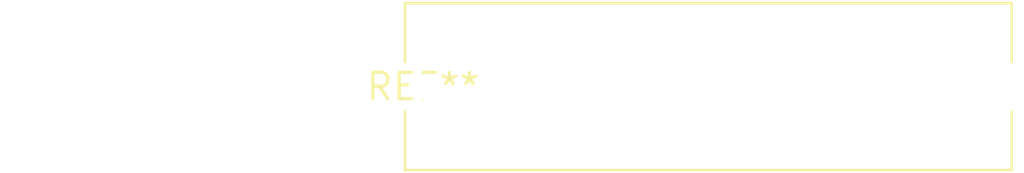
<source format=kicad_pcb>
(kicad_pcb (version 20240108) (generator pcbnew)
  (layers (0 "F.Cu" signal) (31 "B.Cu" signal) (34 "B.Paste" user) (35 "F.Paste" user) (36 "B.SilkS" user "B.Silkscreen") (37 "F.SilkS" user "F.Silkscreen") (38 "B.Mask" user) (39 "F.Mask" user) (44 "Edge.Cuts" user))
  (net 0 "")
  (footprint "C_Rect_L29.0mm_W7.8mm_P27.50mm_MKT" (layer "F.Cu") (at 0 0)
    (property "Reference" "REF**")
    (property "Value" "C_Rect_L29.0mm_W7.8mm_P27.50mm_MKT")
    (fp_line (start -0.87 -4.02) (end -0.87 -1.185) (layer "F.SilkS") (stroke (width 0.12)))
    (fp_line (start -0.87 -4.02) (end 28.37 -4.02) (layer "F.SilkS") (stroke (width 0.12)))
    (fp_line (start -0.87 1.185) (end -0.87 4.02) (layer "F.SilkS") (stroke (width 0.12)))
    (fp_line (start -0.87 4.02) (end 28.37 4.02) (layer "F.SilkS") (stroke (width 0.12)))
    (fp_line (start 28.37 -4.02) (end 28.37 -1.185) (layer "F.SilkS") (stroke (width 0.12)))
    (fp_line (start 28.37 1.185) (end 28.37 4.02) (layer "F.SilkS") (stroke (width 0.12)))
    (pad "1" thru_hole circle (at 0 0) (size 2.4 2.4) (drill 1.2) (layers *.Cu *.Mask) (remove_unused_layers))
    (pad "2" thru_hole circle (at 27.5 0) (size 2.4 2.4) (drill 1.2) (layers *.Cu *.Mask) (remove_unused_layers))
  )
)
</source>
